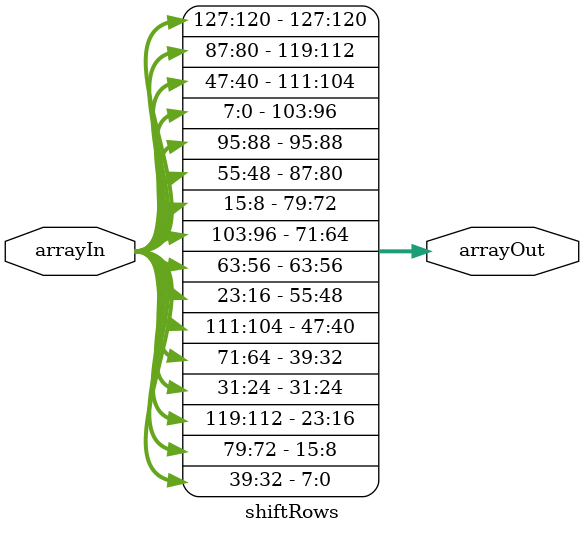
<source format=sv>

module shiftRows(input logic [127:0] arrayIn,
                 output logic [127:0] arrayOut);

    // this module performs the operation s'_{r,c} = s_{r,(c+r)%4}
    // the first 4 bytes are the same, the next 4 bytes are left-shifted one byte,
    // the next are left-shifted 2 bytes, and the last are left-shifted 3 bytes

//   The key and message are 128-bit values packed into an array of 16 bytes as
//   shown below
//        [127:120] [95:88] [63:56] [31:24]     S0,0    S0,1    S0,2    S0,3
//        [119:112] [87:80] [55:48] [23:16]     S1,0    S1,1    S1,2    S1,3
//        [111:104] [79:72] [47:40] [15:8]      S2,0    S2,1    S2,2    S2,3
//        [103:96]  [71:64] [39:32] [7:0]       S3,0    S3,1    S3,2    S3,3

    assign arrayOut = {arrayIn[127:120], arrayIn[87:80], arrayIn[47:40], arrayIn[7:0], 
                       arrayIn[95:88], arrayIn[55:48], arrayIn[15:8], arrayIn[103:96],
                       arrayIn[63:56], arrayIn[23:16], arrayIn[111:104], arrayIn[71:64],
                       arrayIn[31:24], arrayIn[119:112], arrayIn[79:72], arrayIn[39:32]};
    // logic [31:0] row0, row1, row2, row3;

    //     assign row0 = arrayIn[0][31:0];
    //     assign row1 = {arrayIn[1][23:0], arrayIn[1][31:24]};
    //     assign row2 = {arrayIn[2][15:0], arrayIn[3][31:16]};
    //     assign row3 = {arrayIn[3][7:0], arrayIn[3][31:8]};

    //     assign arrayOut = {row0[31:24], row1[31:24], row2[31:24], row3[31:24],
    //                        row0[23:16], row1[23:16], row2[23:16], row3[23:16],
    //                        row0[15:8],  row1[15:8],  row2[15:8],  row3[15:8],
    //                        row0[7:0],   row1[7:0],   row2[7:0],   row3[7:0]};
endmodule
</source>
